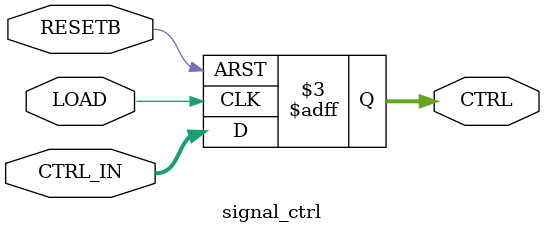
<source format=v>

module signal_ctrl(
	CTRL_IN,  
	RESETB, 
	LOAD, 
	CTRL);
	
	input [0:4] CTRL_IN; 
	//input SCAN_CLK; 
	input RESETB; 
	input LOAD;
	
	output reg [0:4] CTRL;
	
	wire RESET ;
	
	assign RESET = !RESETB;

	always @ (posedge LOAD, posedge RESET) begin             // LOAD signal catches the values to the control signal
 		if (RESET) 
  			CTRL <= 0;
 		else
 			CTRL <= CTRL_IN;
	end		

endmodule	
	


</source>
